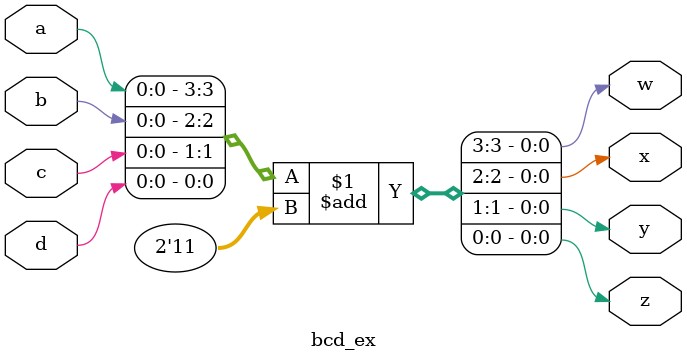
<source format=v>
module bcd_ex(a,b,c,d,w,x,y,z);
	input a,b,c,d;
	output w,x,y,z;
	assign {w,x,y,z}={a,b,c,d}+2'b11;
endmodule

</source>
